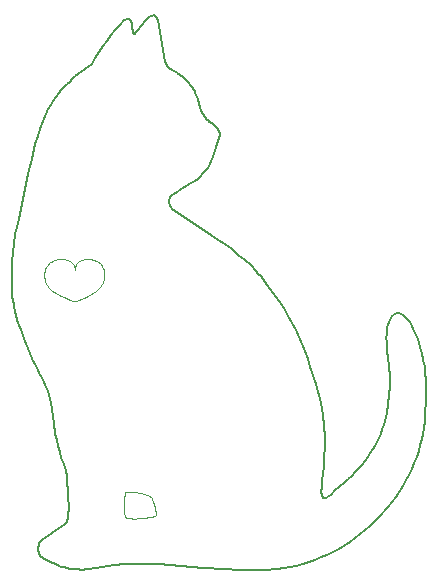
<source format=gbr>
%TF.GenerationSoftware,KiCad,Pcbnew,(6.99.0-907-g90f6edad61)*%
%TF.CreationDate,2022-02-13T13:40:20+01:00*%
%TF.ProjectId,tuxpin,74757870-696e-42e6-9b69-6361645f7063,rev?*%
%TF.SameCoordinates,Original*%
%TF.FileFunction,Profile,NP*%
%FSLAX46Y46*%
G04 Gerber Fmt 4.6, Leading zero omitted, Abs format (unit mm)*
G04 Created by KiCad (PCBNEW (6.99.0-907-g90f6edad61)) date 2022-02-13 13:40:20*
%MOMM*%
%LPD*%
G01*
G04 APERTURE LIST*
%TA.AperFunction,Profile*%
%ADD10C,0.102730*%
%TD*%
%TA.AperFunction,Profile*%
%ADD11C,0.100427*%
%TD*%
%TA.AperFunction,Profile*%
%ADD12C,0.200000*%
%TD*%
G04 APERTURE END LIST*
D10*
X152173258Y-98051603D02*
X152296974Y-97996808D01*
X155003875Y-101105435D02*
X154805154Y-101199479D01*
X156170324Y-100271832D02*
X156090551Y-100358029D01*
X154067629Y-101466777D02*
X154067629Y-101466777D01*
X155418750Y-100877655D02*
X155210168Y-100998059D01*
X154604749Y-97992697D02*
X154715488Y-97951999D01*
D11*
X158266315Y-117895617D02*
X158247035Y-118015082D01*
D10*
X154123171Y-98445869D02*
X154175828Y-98345708D01*
D11*
X160608043Y-118264838D02*
X160558962Y-118167505D01*
D10*
X152164219Y-100587625D02*
X152070478Y-100512190D01*
D11*
X158464923Y-117632393D02*
X158351620Y-117648305D01*
D10*
X155456529Y-97921306D02*
X155581906Y-97952235D01*
X151981380Y-100433904D02*
X151897594Y-100352798D01*
D11*
X159405595Y-119870030D02*
X159633584Y-119856407D01*
X158201164Y-118971491D02*
X158211530Y-119141190D01*
D10*
X155704704Y-97993594D02*
X155823755Y-98045433D01*
X152556406Y-97920176D02*
X152689589Y-97898154D01*
D11*
X159714875Y-117755719D02*
X159573480Y-117723664D01*
D10*
X156146751Y-98264325D02*
X156239139Y-98358580D01*
X156552100Y-99321503D02*
X156535118Y-99502965D01*
X152689589Y-97898154D02*
X152823392Y-97886870D01*
X152070478Y-100512190D02*
X151981380Y-100433904D01*
X152466635Y-100796525D02*
X152261937Y-100660179D01*
D11*
X158197082Y-118799441D02*
X158201164Y-118971491D01*
D10*
X151494743Y-98897679D02*
X151537476Y-98751416D01*
X152261937Y-100660179D02*
X152164219Y-100587625D01*
D11*
X159429222Y-117695159D02*
X159283597Y-117670649D01*
X158349737Y-119760329D02*
X158381937Y-119784486D01*
D10*
X151543770Y-99808608D02*
X151494716Y-99602165D01*
X151467834Y-99055793D02*
X151494743Y-98897679D01*
X156244066Y-100182756D02*
X156170324Y-100271832D01*
X155937891Y-98107802D02*
X156045946Y-98180749D01*
D11*
X159633584Y-119856407D02*
X159860597Y-119837501D01*
D10*
X156090551Y-100358029D02*
X156005407Y-100441311D01*
X151684774Y-100092856D02*
X151628904Y-100000767D01*
X153973938Y-98445003D02*
X154016386Y-98555356D01*
D11*
X158341142Y-117654878D02*
X158330436Y-117669200D01*
X160106924Y-117868733D02*
X159983093Y-117828699D01*
D10*
X153846566Y-98253268D02*
X153916909Y-98344276D01*
D11*
X158478990Y-119823685D02*
X158614151Y-119851567D01*
X158205041Y-118460993D02*
X158198603Y-118628217D01*
D10*
X156465525Y-99798441D02*
X156422507Y-99898646D01*
X156311118Y-100090842D02*
X156244066Y-100182756D01*
D11*
X160285635Y-119787857D02*
X160470631Y-119759131D01*
X160221907Y-117910538D02*
X160106924Y-117868733D01*
X160419348Y-117997678D02*
X160326547Y-117953668D01*
X159573480Y-117723664D02*
X159429222Y-117695159D01*
D10*
X154500772Y-98043429D02*
X154604749Y-97992697D01*
X151944158Y-98194613D02*
X152055230Y-98117507D01*
X155210168Y-100998059D02*
X155003875Y-101105435D01*
D11*
X158853481Y-117625536D02*
X158717350Y-117621454D01*
D10*
X151897594Y-100352798D02*
X151819787Y-100268901D01*
X154024074Y-101460071D02*
X153940388Y-101439321D01*
D11*
X160486776Y-118056576D02*
X160463603Y-118030609D01*
X160703945Y-118500694D02*
X160656708Y-118377006D01*
D10*
X154191627Y-101436267D02*
X154109996Y-101459099D01*
X156499211Y-99695548D02*
X156465525Y-99798441D01*
D11*
X160875140Y-119641663D02*
X160875140Y-119641663D01*
X160837363Y-119669404D02*
X160862481Y-119655251D01*
D10*
X152296974Y-97996808D02*
X152425113Y-97953030D01*
D11*
X160826971Y-118907716D02*
X160790089Y-118769365D01*
D10*
X152894400Y-101033327D02*
X152679235Y-100920987D01*
D11*
X160628594Y-119729144D02*
X160753010Y-119698899D01*
D10*
X152823392Y-97886870D02*
X152956551Y-97886232D01*
X151747950Y-98382802D02*
X151841309Y-98283014D01*
X155202708Y-97890542D02*
X155329740Y-97900758D01*
X154619287Y-101279888D02*
X154451555Y-101346358D01*
X155915554Y-100521640D02*
X155821652Y-100598978D01*
D11*
X158780906Y-119869137D02*
X158972742Y-119877400D01*
X158329507Y-119732964D02*
X158329507Y-119732964D01*
X158307168Y-119670775D02*
X158329507Y-119732964D01*
X159983093Y-117828699D02*
X159851912Y-117790879D01*
X159183142Y-119877363D02*
X159405595Y-119870030D01*
D10*
X151628904Y-100000767D02*
X151581680Y-99906008D01*
X151537476Y-98751416D02*
X151594766Y-98616910D01*
D11*
X160862481Y-119655251D02*
X160875140Y-119641663D01*
X160470631Y-119759131D02*
X160628594Y-119729144D01*
D10*
X153764177Y-98172073D02*
X153846566Y-98253268D01*
X153311078Y-101220674D02*
X153106794Y-101133302D01*
D11*
X158229940Y-118151250D02*
X158215715Y-118300946D01*
D10*
X153457395Y-97988288D02*
X153568324Y-98039490D01*
D11*
X160510478Y-118088324D02*
X160486776Y-118056576D01*
X158614151Y-119851567D02*
X158780906Y-119869137D01*
D10*
X156499211Y-99695550D02*
X156499211Y-99695550D01*
D11*
X158308699Y-117719500D02*
X158287097Y-117796032D01*
X158247035Y-118015082D02*
X158229940Y-118151250D01*
D10*
X152055230Y-98117507D02*
X152173258Y-98051603D01*
X151458015Y-99225850D02*
X151467834Y-99055793D01*
X151543770Y-99808608D02*
X151543770Y-99808608D01*
X153940388Y-101439321D02*
X153673973Y-101356646D01*
X154109996Y-101459099D02*
X154067629Y-101466777D01*
X154317771Y-98174797D02*
X154404723Y-98104145D01*
D11*
X160909619Y-119410526D02*
X160900713Y-119299045D01*
D10*
X154805154Y-101199479D02*
X154619287Y-101279888D01*
X156239139Y-98358580D02*
X156321943Y-98463561D01*
D11*
X158253849Y-119460832D02*
X158287169Y-119604425D01*
X158972742Y-119877400D02*
X159183142Y-119877363D01*
D10*
X153673973Y-101356646D02*
X153501917Y-101295202D01*
X156045946Y-98180749D02*
X156146751Y-98264325D01*
X151594766Y-98616910D02*
X151665347Y-98494069D01*
X156454125Y-98705905D02*
X156501169Y-98843367D01*
D12*
X160802581Y-77291937D02*
X160869314Y-77326056D01*
X160869314Y-77326056D02*
X160932450Y-77379335D01*
X160932450Y-77379335D02*
X160991591Y-77453075D01*
X160991591Y-77453075D02*
X161046343Y-77548575D01*
X161046343Y-77548575D02*
X161096308Y-77667134D01*
X161096308Y-77667134D02*
X161715167Y-81232091D01*
X161715167Y-81232091D02*
X161739172Y-81297058D01*
X161739172Y-81297058D02*
X161764554Y-81357557D01*
X161764554Y-81357557D02*
X161791305Y-81413858D01*
X161791305Y-81413858D02*
X161819417Y-81466232D01*
X161819417Y-81466232D02*
X161848883Y-81514950D01*
X161848883Y-81514950D02*
X161879696Y-81560283D01*
X161879696Y-81560283D02*
X161911847Y-81602501D01*
X161911847Y-81602501D02*
X161945330Y-81641875D01*
X161945330Y-81641875D02*
X161980136Y-81678675D01*
X161980136Y-81678675D02*
X162016259Y-81713173D01*
X162016259Y-81713173D02*
X162053690Y-81745640D01*
X162053690Y-81745640D02*
X162092423Y-81776345D01*
X162092423Y-81776345D02*
X162132450Y-81805559D01*
X162132450Y-81805559D02*
X162173763Y-81833554D01*
X162173763Y-81833554D02*
X162260219Y-81886967D01*
X162260219Y-81886967D02*
X162655995Y-82105974D01*
X162655995Y-82105974D02*
X162767127Y-82172893D01*
X162767127Y-82172893D02*
X162824481Y-82209667D01*
X162824481Y-82209667D02*
X162883016Y-82249010D01*
X162883016Y-82249010D02*
X162942725Y-82291195D01*
X162942725Y-82291195D02*
X163003600Y-82336491D01*
X163003600Y-82336491D02*
X163065634Y-82385170D01*
X163065634Y-82385170D02*
X163128819Y-82437502D01*
X163128819Y-82437502D02*
X163348518Y-82654462D01*
X163348518Y-82654462D02*
X163537343Y-82845347D01*
X163537343Y-82845347D02*
X163698556Y-83014759D01*
X163698556Y-83014759D02*
X163835417Y-83167299D01*
X163835417Y-83167299D02*
X163951186Y-83307570D01*
X163951186Y-83307570D02*
X164049124Y-83440175D01*
X164049124Y-83440175D02*
X164092426Y-83505040D01*
X164092426Y-83505040D02*
X164132492Y-83569714D01*
X164132492Y-83569714D02*
X164169732Y-83634772D01*
X164169732Y-83634772D02*
X164204551Y-83700790D01*
X164204551Y-83700790D02*
X164268562Y-83838006D01*
X164268562Y-83838006D02*
X164327784Y-83985964D01*
X164327784Y-83985964D02*
X164385479Y-84149265D01*
X164385479Y-84149265D02*
X164444907Y-84332513D01*
X164444907Y-84332513D02*
X164582007Y-84777253D01*
X164582007Y-84777253D02*
X164666199Y-85047951D01*
X164666199Y-85047951D02*
X164765168Y-85357004D01*
X164765168Y-85357004D02*
X164784470Y-85400972D01*
X164784470Y-85400972D02*
X164809836Y-85453783D01*
X164809836Y-85453783D02*
X164840868Y-85514046D01*
X164840868Y-85514046D02*
X164877171Y-85580370D01*
X164877171Y-85580370D02*
X164918348Y-85651362D01*
X164918348Y-85651362D02*
X164964004Y-85725634D01*
X164964004Y-85725634D02*
X165013742Y-85801791D01*
X165013742Y-85801791D02*
X165067166Y-85878445D01*
X165067166Y-85878445D02*
X165123880Y-85954203D01*
X165123880Y-85954203D02*
X165183488Y-86027674D01*
X165183488Y-86027674D02*
X165245594Y-86097467D01*
X165245594Y-86097467D02*
X165309801Y-86162191D01*
X165309801Y-86162191D02*
X165375714Y-86220454D01*
X165375714Y-86220454D02*
X165409186Y-86246728D01*
X165409186Y-86246728D02*
X165442936Y-86270865D01*
X165442936Y-86270865D02*
X165476914Y-86292691D01*
X165476914Y-86292691D02*
X165511072Y-86312033D01*
X165511072Y-86312033D02*
X165545358Y-86328716D01*
X165545358Y-86328716D02*
X165579724Y-86342566D01*
X165579724Y-86342566D02*
X165596148Y-86349756D01*
X165596148Y-86349756D02*
X165615087Y-86360059D01*
X165615087Y-86360059D02*
X165659719Y-86389457D01*
X165659719Y-86389457D02*
X165712029Y-86429660D01*
X165712029Y-86429660D02*
X165770424Y-86479571D01*
X165770424Y-86479571D02*
X165833315Y-86538090D01*
X165833315Y-86538090D02*
X165899109Y-86604117D01*
X165899109Y-86604117D02*
X165966216Y-86676555D01*
X165966216Y-86676555D02*
X166033044Y-86754303D01*
X166033044Y-86754303D02*
X166098002Y-86836264D01*
X166098002Y-86836264D02*
X166159499Y-86921337D01*
X166159499Y-86921337D02*
X166215944Y-87008425D01*
X166215944Y-87008425D02*
X166241774Y-87052380D01*
X166241774Y-87052380D02*
X166265745Y-87096427D01*
X166265745Y-87096427D02*
X166287657Y-87140428D01*
X166287657Y-87140428D02*
X166307312Y-87184245D01*
X166307312Y-87184245D02*
X166324510Y-87227742D01*
X166324510Y-87227742D02*
X166339053Y-87270780D01*
X166339053Y-87270780D02*
X166350741Y-87313223D01*
X166350741Y-87313223D02*
X166359377Y-87354933D01*
X166359377Y-87354933D02*
X166364760Y-87395773D01*
X166364760Y-87395773D02*
X166366692Y-87435605D01*
X166366692Y-87435605D02*
X166255357Y-87685236D01*
X166255357Y-87685236D02*
X166158408Y-87927070D01*
X166158408Y-87927070D02*
X166073254Y-88161540D01*
X166073254Y-88161540D02*
X165997303Y-88389080D01*
X165997303Y-88389080D02*
X165733670Y-89238586D01*
X165733670Y-89238586D02*
X165664843Y-89437963D01*
X165664843Y-89437963D02*
X165589664Y-89633006D01*
X165589664Y-89633006D02*
X165505539Y-89824148D01*
X165505539Y-89824148D02*
X165409877Y-90011822D01*
X165409877Y-90011822D02*
X165300085Y-90196459D01*
X165300085Y-90196459D02*
X165173571Y-90378494D01*
X165173571Y-90378494D02*
X165027741Y-90558359D01*
X165027741Y-90558359D02*
X164860005Y-90736487D01*
X164860005Y-90736487D02*
X164772396Y-90847295D01*
X164772396Y-90847295D02*
X164674464Y-90953163D01*
X164674464Y-90953163D02*
X164567293Y-91054461D01*
X164567293Y-91054461D02*
X164451968Y-91151557D01*
X164451968Y-91151557D02*
X164201194Y-91334616D01*
X164201194Y-91334616D02*
X163930818Y-91505291D01*
X163930818Y-91505291D02*
X162826830Y-92123122D01*
X162826830Y-92123122D02*
X162588595Y-92276108D01*
X162588595Y-92276108D02*
X162382817Y-92434403D01*
X162382817Y-92434403D02*
X162294812Y-92516464D01*
X162294812Y-92516464D02*
X162218175Y-92600958D01*
X162218175Y-92600958D02*
X162153990Y-92688253D01*
X162153990Y-92688253D02*
X162103344Y-92778719D01*
X162103344Y-92778719D02*
X162067319Y-92872724D01*
X162067319Y-92872724D02*
X162047000Y-92970638D01*
X162047000Y-92970638D02*
X162043473Y-93072827D01*
X162043473Y-93072827D02*
X162057821Y-93179661D01*
X162057821Y-93179661D02*
X162091130Y-93291510D01*
X162091130Y-93291510D02*
X162144483Y-93408740D01*
X162144483Y-93408740D02*
X162218966Y-93531722D01*
X162218966Y-93531722D02*
X162315663Y-93660823D01*
X162315663Y-93660823D02*
X162505726Y-93825555D01*
X162505726Y-93825555D02*
X162778792Y-94026564D01*
X162778792Y-94026564D02*
X163534531Y-94528365D01*
X163534531Y-94528365D02*
X165608615Y-95867812D01*
X165608615Y-95867812D02*
X166186884Y-96259455D01*
X166186884Y-96259455D02*
X166769352Y-96669290D01*
X166769352Y-96669290D02*
X167346167Y-97095055D01*
X167346167Y-97095055D02*
X167907479Y-97534491D01*
X167907479Y-97534491D02*
X168443438Y-97985336D01*
X168443438Y-97985336D02*
X168944192Y-98445331D01*
X168944192Y-98445331D02*
X169399892Y-98912215D01*
X169399892Y-98912215D02*
X169607768Y-99147534D01*
X169607768Y-99147534D02*
X169800687Y-99383727D01*
X169800687Y-99383727D02*
X170358944Y-100102554D01*
X170358944Y-100102554D02*
X170864614Y-100786340D01*
X170864614Y-100786340D02*
X171322145Y-101441224D01*
X171322145Y-101441224D02*
X171735984Y-102073346D01*
X171735984Y-102073346D02*
X172110582Y-102688844D01*
X172110582Y-102688844D02*
X172450386Y-103293859D01*
X172450386Y-103293859D02*
X172759845Y-103894530D01*
X172759845Y-103894530D02*
X173043408Y-104496996D01*
X173043408Y-104496996D02*
X173305523Y-105107398D01*
X173305523Y-105107398D02*
X173550639Y-105731873D01*
X173550639Y-105731873D02*
X173783205Y-106376562D01*
X173783205Y-106376562D02*
X174007669Y-107047605D01*
X174007669Y-107047605D02*
X174450086Y-108493307D01*
X174450086Y-108493307D02*
X174913479Y-110118096D01*
X174913479Y-110118096D02*
X175077474Y-111109655D01*
X175077474Y-111109655D02*
X175173390Y-112068997D01*
X175173390Y-112068997D02*
X175213298Y-112987849D01*
X175213298Y-112987849D02*
X175209266Y-113857940D01*
X175209266Y-113857940D02*
X175173361Y-114670997D01*
X175173361Y-114670997D02*
X175117652Y-115418748D01*
X175117652Y-115418748D02*
X174995095Y-116685243D01*
X174995095Y-116685243D02*
X174952385Y-117187444D01*
X174952385Y-117187444D02*
X174938143Y-117591249D01*
X174938143Y-117591249D02*
X174964440Y-117888388D01*
X174964440Y-117888388D02*
X174996561Y-117994372D01*
X174996561Y-117994372D02*
X175043342Y-118070587D01*
X175043342Y-118070587D02*
X175106292Y-118116000D01*
X175106292Y-118116000D02*
X175186918Y-118129576D01*
X175186918Y-118129576D02*
X175286731Y-118110281D01*
X175286731Y-118110281D02*
X175407238Y-118057080D01*
X175407238Y-118057080D02*
X175716368Y-117844830D01*
X175716368Y-117844830D02*
X176126378Y-117484551D01*
X176126378Y-117484551D02*
X176853638Y-116877040D01*
X176853638Y-116877040D02*
X177190295Y-116570326D01*
X177190295Y-116570326D02*
X177509387Y-116261456D01*
X177509387Y-116261456D02*
X177811228Y-115950290D01*
X177811228Y-115950290D02*
X178096130Y-115636689D01*
X178096130Y-115636689D02*
X178364406Y-115320515D01*
X178364406Y-115320515D02*
X178616370Y-115001628D01*
X178616370Y-115001628D02*
X178852334Y-114679892D01*
X178852334Y-114679892D02*
X179072613Y-114355165D01*
X179072613Y-114355165D02*
X179277518Y-114027311D01*
X179277518Y-114027311D02*
X179467364Y-113696189D01*
X179467364Y-113696189D02*
X179642462Y-113361662D01*
X179642462Y-113361662D02*
X179803128Y-113023590D01*
X179803128Y-113023590D02*
X179949672Y-112681834D01*
X179949672Y-112681834D02*
X180082409Y-112336257D01*
X180082409Y-112336257D02*
X180201652Y-111986719D01*
X180201652Y-111986719D02*
X180307713Y-111633082D01*
X180307713Y-111633082D02*
X180481545Y-110912953D01*
X180481545Y-110912953D02*
X180606409Y-110174762D01*
X180606409Y-110174762D02*
X180684811Y-109417397D01*
X180684811Y-109417397D02*
X180719255Y-108639750D01*
X180719255Y-108639750D02*
X180712246Y-107840709D01*
X180712246Y-107840709D02*
X180666289Y-107019165D01*
X180666289Y-107019165D02*
X180583890Y-106174008D01*
X180583890Y-106174008D02*
X180521030Y-105749741D01*
X180521030Y-105749741D02*
X180477353Y-105348060D01*
X180477353Y-105348060D02*
X180451969Y-104969613D01*
X180451969Y-104969613D02*
X180443989Y-104615046D01*
X180443989Y-104615046D02*
X180452524Y-104285008D01*
X180452524Y-104285008D02*
X180476684Y-103980145D01*
X180476684Y-103980145D02*
X180515582Y-103701105D01*
X180515582Y-103701105D02*
X180568327Y-103448534D01*
X180568327Y-103448534D02*
X180634031Y-103223080D01*
X180634031Y-103223080D02*
X180711805Y-103025391D01*
X180711805Y-103025391D02*
X180800758Y-102856113D01*
X180800758Y-102856113D02*
X180900004Y-102715894D01*
X180900004Y-102715894D02*
X181008651Y-102605380D01*
X181008651Y-102605380D02*
X181125812Y-102525220D01*
X181125812Y-102525220D02*
X181250597Y-102476060D01*
X181250597Y-102476060D02*
X181382116Y-102458548D01*
X181382116Y-102458548D02*
X181519482Y-102473331D01*
X181519482Y-102473331D02*
X181661805Y-102521056D01*
X181661805Y-102521056D02*
X181808195Y-102602370D01*
X181808195Y-102602370D02*
X181957765Y-102717921D01*
X181957765Y-102717921D02*
X182109623Y-102868356D01*
X182109623Y-102868356D02*
X182262883Y-103054321D01*
X182262883Y-103054321D02*
X182416653Y-103276465D01*
X182416653Y-103276465D02*
X182570047Y-103535434D01*
X182570047Y-103535434D02*
X182722173Y-103831876D01*
X182722173Y-103831876D02*
X182872144Y-104166439D01*
X182872144Y-104166439D02*
X183019069Y-104539768D01*
X183019069Y-104539768D02*
X183162061Y-104952511D01*
X183162061Y-104952511D02*
X183300230Y-105405317D01*
X183300230Y-105405317D02*
X183432687Y-105898831D01*
X183432687Y-105898831D02*
X183558542Y-106433701D01*
X183558542Y-106433701D02*
X183676907Y-107010575D01*
X183676907Y-107010575D02*
X183719725Y-107574310D01*
X183719725Y-107574310D02*
X183750526Y-108114731D01*
X183750526Y-108114731D02*
X183779732Y-109125068D01*
X183779732Y-109125068D02*
X183771843Y-110040466D01*
X183771843Y-110040466D02*
X183734174Y-110859803D01*
X183734174Y-110859803D02*
X183674043Y-111581958D01*
X183674043Y-111581958D02*
X183598765Y-112205812D01*
X183598765Y-112205812D02*
X183515656Y-112730243D01*
X183515656Y-112730243D02*
X183432034Y-113154130D01*
X183432034Y-113154130D02*
X183305785Y-113672226D01*
X183305785Y-113672226D02*
X183157339Y-114185106D01*
X183157339Y-114185106D02*
X182987261Y-114692167D01*
X182987261Y-114692167D02*
X182796118Y-115192806D01*
X182796118Y-115192806D02*
X182584474Y-115686418D01*
X182584474Y-115686418D02*
X182352893Y-116172402D01*
X182352893Y-116172402D02*
X182101942Y-116650153D01*
X182101942Y-116650153D02*
X181832185Y-117119068D01*
X181832185Y-117119068D02*
X181238513Y-118027977D01*
X181238513Y-118027977D02*
X180576400Y-118894302D01*
X180576400Y-118894302D02*
X179850365Y-119713216D01*
X179850365Y-119713216D02*
X179064929Y-120479892D01*
X179064929Y-120479892D02*
X178224614Y-121189504D01*
X178224614Y-121189504D02*
X177333939Y-121837225D01*
X177333939Y-121837225D02*
X176397426Y-122418226D01*
X176397426Y-122418226D02*
X175913393Y-122682200D01*
X175913393Y-122682200D02*
X175419595Y-122927683D01*
X175419595Y-122927683D02*
X174916598Y-123154074D01*
X174916598Y-123154074D02*
X174404967Y-123360768D01*
X174404967Y-123360768D02*
X173885267Y-123547162D01*
X173885267Y-123547162D02*
X173358063Y-123712653D01*
X173358063Y-123712653D02*
X172823920Y-123856638D01*
X172823920Y-123856638D02*
X172283404Y-123978513D01*
X172283404Y-123978513D02*
X171737078Y-124077674D01*
X171737078Y-124077674D02*
X171185509Y-124153519D01*
X171185509Y-124153519D02*
X170035776Y-124208670D01*
X170035776Y-124208670D02*
X168935201Y-124224468D01*
X168935201Y-124224468D02*
X167877730Y-124207774D01*
X167877730Y-124207774D02*
X166857307Y-124165451D01*
X166857307Y-124165451D02*
X164903388Y-124031361D01*
X164903388Y-124031361D02*
X163025007Y-123877091D01*
X163025007Y-123877091D02*
X161173727Y-123757535D01*
X161173727Y-123757535D02*
X160243113Y-123727929D01*
X160243113Y-123727929D02*
X159301110Y-123727586D01*
X159301110Y-123727586D02*
X158341663Y-123763368D01*
X158341663Y-123763368D02*
X157358718Y-123842136D01*
X157358718Y-123842136D02*
X156346220Y-123970753D01*
X156346220Y-123970753D02*
X155298113Y-124156079D01*
X155298113Y-124156079D02*
X155037649Y-124178620D01*
X155037649Y-124178620D02*
X154785988Y-124192054D01*
X154785988Y-124192054D02*
X154541774Y-124196113D01*
X154541774Y-124196113D02*
X154303650Y-124190531D01*
X154303650Y-124190531D02*
X154070261Y-124175039D01*
X154070261Y-124175039D02*
X153840249Y-124149369D01*
X153840249Y-124149369D02*
X153612257Y-124113254D01*
X153612257Y-124113254D02*
X153384930Y-124066426D01*
X153384930Y-124066426D02*
X153156911Y-124008617D01*
X153156911Y-124008617D02*
X152926843Y-123939559D01*
X152926843Y-123939559D02*
X152693369Y-123858984D01*
X152693369Y-123858984D02*
X152455134Y-123766626D01*
X152455134Y-123766626D02*
X152210780Y-123662215D01*
X152210780Y-123662215D02*
X151958951Y-123545484D01*
X151958951Y-123545484D02*
X151698290Y-123416165D01*
X151698290Y-123416165D02*
X151427441Y-123273991D01*
X151427441Y-123273991D02*
X151383826Y-123240401D01*
X151383826Y-123240401D02*
X151342248Y-123210024D01*
X151342248Y-123210024D02*
X151265188Y-123154778D01*
X151265188Y-123154778D02*
X151229697Y-123127845D01*
X151229697Y-123127845D02*
X151196227Y-123099996D01*
X151196227Y-123099996D02*
X151180249Y-123085406D01*
X151180249Y-123085406D02*
X151164775Y-123070199D01*
X151164775Y-123070199D02*
X151149804Y-123054248D01*
X151149804Y-123054248D02*
X151135336Y-123037422D01*
X151135336Y-123037422D02*
X151121370Y-123019594D01*
X151121370Y-123019594D02*
X151107906Y-123000633D01*
X151107906Y-123000633D02*
X151094943Y-122980411D01*
X151094943Y-122980411D02*
X151082481Y-122958800D01*
X151082481Y-122958800D02*
X151070519Y-122935669D01*
X151070519Y-122935669D02*
X151059057Y-122910890D01*
X151059057Y-122910890D02*
X151048095Y-122884333D01*
X151048095Y-122884333D02*
X151037631Y-122855871D01*
X151037631Y-122855871D02*
X151027665Y-122825373D01*
X151027665Y-122825373D02*
X151018198Y-122792712D01*
X151018198Y-122792712D02*
X151009227Y-122757757D01*
X151009227Y-122757757D02*
X151000754Y-122720379D01*
X151000754Y-122720379D02*
X150992776Y-122680451D01*
X150992776Y-122680451D02*
X150985295Y-122637842D01*
X150985295Y-122637842D02*
X150978309Y-122592424D01*
X150978309Y-122592424D02*
X150971818Y-122544068D01*
X150971818Y-122544068D02*
X150971990Y-122430456D01*
X150971990Y-122430456D02*
X150975652Y-122328207D01*
X150975652Y-122328207D02*
X150982563Y-122236543D01*
X150982563Y-122236543D02*
X150992486Y-122154685D01*
X150992486Y-122154685D02*
X151005180Y-122081855D01*
X151005180Y-122081855D02*
X151020406Y-122017273D01*
X151020406Y-122017273D02*
X151037927Y-121960163D01*
X151037927Y-121960163D02*
X151057502Y-121909744D01*
X151057502Y-121909744D02*
X151078892Y-121865238D01*
X151078892Y-121865238D02*
X151101859Y-121825867D01*
X151101859Y-121825867D02*
X151126163Y-121790852D01*
X151126163Y-121790852D02*
X151151566Y-121759414D01*
X151151566Y-121759414D02*
X151177828Y-121730775D01*
X151177828Y-121730775D02*
X151204710Y-121704157D01*
X151204710Y-121704157D02*
X151259379Y-121653867D01*
X151259379Y-121653867D02*
X151259385Y-121653870D01*
X151259385Y-121653870D02*
X153012412Y-120492333D01*
X153012412Y-120492333D02*
X153055165Y-120461288D01*
X153055165Y-120461288D02*
X153096510Y-120429531D01*
X153096510Y-120429531D02*
X153136313Y-120396994D01*
X153136313Y-120396994D02*
X153174442Y-120363609D01*
X153174442Y-120363609D02*
X153210763Y-120329310D01*
X153210763Y-120329310D02*
X153245142Y-120294028D01*
X153245142Y-120294028D02*
X153277447Y-120257697D01*
X153277447Y-120257697D02*
X153307543Y-120220248D01*
X153307543Y-120220248D02*
X153335299Y-120181616D01*
X153335299Y-120181616D02*
X153360579Y-120141731D01*
X153360579Y-120141731D02*
X153383252Y-120100527D01*
X153383252Y-120100527D02*
X153403184Y-120057937D01*
X153403184Y-120057937D02*
X153412080Y-120036101D01*
X153412080Y-120036101D02*
X153420241Y-120013893D01*
X153420241Y-120013893D02*
X153427650Y-119991304D01*
X153427650Y-119991304D02*
X153434290Y-119968327D01*
X153434290Y-119968327D02*
X153440145Y-119944952D01*
X153440145Y-119944952D02*
X153445198Y-119921172D01*
X153445198Y-119921172D02*
X153449433Y-119896978D01*
X153449433Y-119896978D02*
X153452832Y-119872361D01*
X153452832Y-119872361D02*
X153487075Y-119655157D01*
X153487075Y-119655157D02*
X153509705Y-119399343D01*
X153509705Y-119399343D02*
X153522020Y-119112181D01*
X153522020Y-119112181D02*
X153525316Y-118800932D01*
X153525316Y-118800932D02*
X153510046Y-118135215D01*
X153510046Y-118135215D02*
X153474274Y-117460280D01*
X153474274Y-117460280D02*
X153428382Y-116834215D01*
X153428382Y-116834215D02*
X153382749Y-116315108D01*
X153382749Y-116315108D02*
X153333787Y-115830117D01*
X153333787Y-115830117D02*
X153115848Y-115295297D01*
X153115848Y-115295297D02*
X152928349Y-114766294D01*
X152928349Y-114766294D02*
X152767972Y-114244538D01*
X152767972Y-114244538D02*
X152631403Y-113731459D01*
X152631403Y-113731459D02*
X152515324Y-113228486D01*
X152515324Y-113228486D02*
X152416420Y-112737051D01*
X152416420Y-112737051D02*
X152256872Y-111794509D01*
X152256872Y-111794509D02*
X151997966Y-110110779D01*
X151997966Y-110110779D02*
X151926435Y-109740137D01*
X151926435Y-109740137D02*
X151845550Y-109392470D01*
X151845550Y-109392470D02*
X151751995Y-109069209D01*
X151751995Y-109069209D02*
X151642455Y-108771783D01*
X151642455Y-108771783D02*
X151543232Y-108542706D01*
X151543232Y-108542706D02*
X151446600Y-108334722D01*
X151446600Y-108334722D02*
X151350632Y-108140123D01*
X151350632Y-108140123D02*
X151253400Y-107951205D01*
X151253400Y-107951205D02*
X151047435Y-107559591D01*
X151047435Y-107559591D02*
X150934847Y-107341483D01*
X150934847Y-107341483D02*
X150813284Y-107098235D01*
X150813284Y-107098235D02*
X150680820Y-106822140D01*
X150680820Y-106822140D02*
X150535527Y-106505494D01*
X150535527Y-106505494D02*
X150375477Y-106140591D01*
X150375477Y-106140591D02*
X150198743Y-105719726D01*
X150198743Y-105719726D02*
X150003397Y-105235193D01*
X150003397Y-105235193D02*
X149787512Y-104679287D01*
X149787512Y-104679287D02*
X149549159Y-104044302D01*
X149549159Y-104044302D02*
X149286412Y-103322533D01*
X149286412Y-103322533D02*
X149200515Y-103093513D01*
X149200515Y-103093513D02*
X149127226Y-102886099D01*
X149127226Y-102886099D02*
X149094344Y-102784388D01*
X149094344Y-102784388D02*
X149063458Y-102680752D01*
X149063458Y-102680752D02*
X149034179Y-102572748D01*
X149034179Y-102572748D02*
X149006124Y-102457935D01*
X149006124Y-102457935D02*
X148978906Y-102333869D01*
X148978906Y-102333869D02*
X148952140Y-102198109D01*
X148952140Y-102198109D02*
X148925440Y-102048212D01*
X148925440Y-102048212D02*
X148898419Y-101881736D01*
X148898419Y-101881736D02*
X148870693Y-101696239D01*
X148870693Y-101696239D02*
X148841876Y-101489279D01*
X148841876Y-101489279D02*
X148779423Y-101001199D01*
X148779423Y-101001199D02*
X148753487Y-100581883D01*
X148753487Y-100581883D02*
X148732894Y-100180183D01*
X148732894Y-100180183D02*
X148717728Y-99796372D01*
X148717728Y-99796372D02*
X148708072Y-99430726D01*
X148708072Y-99430726D02*
X148704009Y-99083520D01*
X148704009Y-99083520D02*
X148705623Y-98755028D01*
X148705623Y-98755028D02*
X148712998Y-98445527D01*
X148712998Y-98445527D02*
X148726216Y-98155289D01*
X148726216Y-98155289D02*
X148993474Y-95820973D01*
X148993474Y-95820973D02*
X149168760Y-95169852D01*
X149168760Y-95169852D02*
X149328461Y-94522522D01*
X149328461Y-94522522D02*
X149612936Y-93237424D01*
X149612936Y-93237424D02*
X150124980Y-90692802D01*
X150124980Y-90692802D02*
X150399864Y-89426033D01*
X150399864Y-89426033D02*
X150718866Y-88158129D01*
X150718866Y-88158129D02*
X150902304Y-87522620D01*
X150902304Y-87522620D02*
X151105644Y-86885468D01*
X151105644Y-86885468D02*
X151331841Y-86246222D01*
X151331841Y-86246222D02*
X151583853Y-85604428D01*
X151583853Y-85604428D02*
X151804902Y-85208206D01*
X151804902Y-85208206D02*
X152024966Y-84841052D01*
X152024966Y-84841052D02*
X152244902Y-84500482D01*
X152244902Y-84500482D02*
X152465569Y-84184012D01*
X152465569Y-84184012D02*
X152687822Y-83889155D01*
X152687822Y-83889155D02*
X152912518Y-83613427D01*
X152912518Y-83613427D02*
X153140514Y-83354344D01*
X153140514Y-83354344D02*
X153372667Y-83109420D01*
X153372667Y-83109420D02*
X153609833Y-82876170D01*
X153609833Y-82876170D02*
X153852871Y-82652109D01*
X153852871Y-82652109D02*
X154102636Y-82434753D01*
X154102636Y-82434753D02*
X154359985Y-82221616D01*
X154359985Y-82221616D02*
X154900863Y-81798061D01*
X154900863Y-81798061D02*
X155482360Y-81361565D01*
X155482360Y-81361565D02*
X155795347Y-80861106D01*
X155795347Y-80861106D02*
X156116450Y-80370940D01*
X156116450Y-80370940D02*
X156446368Y-79891955D01*
X156446368Y-79891955D02*
X156785801Y-79425038D01*
X156785801Y-79425038D02*
X157135450Y-78971078D01*
X157135450Y-78971078D02*
X157496015Y-78530963D01*
X157496015Y-78530963D02*
X157868196Y-78105581D01*
X157868196Y-78105581D02*
X158252694Y-77695820D01*
X158252694Y-77695820D02*
X158269184Y-77678471D01*
X158269184Y-77678471D02*
X158286271Y-77662977D01*
X158286271Y-77662977D02*
X158303880Y-77649252D01*
X158303880Y-77649252D02*
X158321939Y-77637211D01*
X158321939Y-77637211D02*
X158340375Y-77626768D01*
X158340375Y-77626768D02*
X158359113Y-77617838D01*
X158359113Y-77617838D02*
X158378080Y-77610335D01*
X158378080Y-77610335D02*
X158397203Y-77604174D01*
X158397203Y-77604174D02*
X158416408Y-77599269D01*
X158416408Y-77599269D02*
X158435622Y-77595535D01*
X158435622Y-77595535D02*
X158454772Y-77592886D01*
X158454772Y-77592886D02*
X158473783Y-77591237D01*
X158473783Y-77591237D02*
X158511099Y-77590595D01*
X158511099Y-77590595D02*
X158546981Y-77592926D01*
X158546981Y-77592926D02*
X158580842Y-77597545D01*
X158580842Y-77597545D02*
X158612094Y-77603767D01*
X158612094Y-77603767D02*
X158640151Y-77610910D01*
X158640151Y-77610910D02*
X158664424Y-77618288D01*
X158664424Y-77618288D02*
X158699269Y-77631014D01*
X158699269Y-77631014D02*
X158711928Y-77636472D01*
X158711928Y-77636472D02*
X158734442Y-77646657D01*
X158734442Y-77646657D02*
X158754676Y-77660297D01*
X158754676Y-77660297D02*
X158772790Y-77677230D01*
X158772790Y-77677230D02*
X158788941Y-77697291D01*
X158788941Y-77697291D02*
X158803289Y-77720317D01*
X158803289Y-77720317D02*
X158815990Y-77746144D01*
X158815990Y-77746144D02*
X158827204Y-77774608D01*
X158827204Y-77774608D02*
X158837090Y-77805547D01*
X158837090Y-77805547D02*
X158853506Y-77874192D01*
X158853506Y-77874192D02*
X158866506Y-77950770D01*
X158866506Y-77950770D02*
X158887325Y-78122488D01*
X158887325Y-78122488D02*
X158909679Y-78310231D01*
X158909679Y-78310231D02*
X158924599Y-78406839D01*
X158924599Y-78406839D02*
X158943702Y-78503527D01*
X158943702Y-78503527D02*
X158968256Y-78598985D01*
X158968256Y-78598985D02*
X158982973Y-78645844D01*
X158982973Y-78645844D02*
X158999528Y-78691905D01*
X158999528Y-78691905D02*
X159018078Y-78737005D01*
X159018078Y-78737005D02*
X159038783Y-78780979D01*
X159038783Y-78780979D02*
X159061800Y-78823663D01*
X159061800Y-78823663D02*
X159087289Y-78864896D01*
X159087289Y-78864896D02*
X159101523Y-78872907D01*
X159101523Y-78872907D02*
X159122849Y-78864992D01*
X159122849Y-78864992D02*
X159185190Y-78806577D01*
X159185190Y-78806577D02*
X159271144Y-78700048D01*
X159271144Y-78700048D02*
X159377544Y-78555801D01*
X159377544Y-78555801D02*
X159639014Y-78195738D01*
X159639014Y-78195738D02*
X159787750Y-78000716D01*
X159787750Y-78000716D02*
X159944263Y-77809561D01*
X159944263Y-77809561D02*
X160105387Y-77632670D01*
X160105387Y-77632670D02*
X160267955Y-77480441D01*
X160267955Y-77480441D02*
X160348790Y-77416822D01*
X160348790Y-77416822D02*
X160428798Y-77363268D01*
X160428798Y-77363268D02*
X160507584Y-77321076D01*
X160507584Y-77321076D02*
X160584751Y-77291548D01*
X160584751Y-77291548D02*
X160659903Y-77275982D01*
X160659903Y-77275982D02*
X160732645Y-77275679D01*
X160732645Y-77275679D02*
X160802581Y-77291937D01*
D10*
X156005407Y-100441311D02*
X155915554Y-100521640D01*
X153671007Y-98100783D02*
X153764177Y-98172073D01*
X156370818Y-99996126D02*
X156311118Y-100090842D01*
X156533958Y-98991754D02*
X156551324Y-99151116D01*
X154175828Y-98345708D02*
X154241083Y-98255335D01*
D11*
X160897844Y-119585151D02*
X160904802Y-119548573D01*
D10*
X154060327Y-98675351D02*
X154084282Y-98555766D01*
X151581680Y-99906008D02*
X151543770Y-99808608D01*
X151841309Y-98283014D02*
X151944158Y-98194613D01*
X153106794Y-101133302D02*
X152894400Y-101033327D01*
D11*
X158351620Y-117648305D02*
X158351626Y-117648305D01*
X160883295Y-119175872D02*
X160858377Y-119044324D01*
D10*
X154067629Y-101466777D02*
X154024074Y-101460071D01*
D11*
X160909000Y-119507000D02*
X160909619Y-119410526D01*
D10*
X153916909Y-98344276D02*
X153973938Y-98445003D01*
X151748624Y-100182244D02*
X151684774Y-100092856D01*
D11*
X158287169Y-119604425D02*
X158307168Y-119670775D01*
X160441085Y-118010838D02*
X160419348Y-117997678D01*
X160326547Y-117953668D02*
X160221907Y-117910538D01*
D10*
X151494716Y-99602165D02*
X151466554Y-99407943D01*
D11*
X160887999Y-119616319D02*
X160897844Y-119585151D01*
D10*
X154052474Y-98804574D02*
X154052474Y-98804574D01*
D11*
X158228864Y-119305362D02*
X158253849Y-119460832D01*
D10*
X152679235Y-100920987D02*
X152466635Y-100796525D01*
D11*
X160904802Y-119548573D02*
X160909000Y-119507000D01*
D10*
X156551324Y-99151116D02*
X156552100Y-99321503D01*
X153501917Y-101295202D02*
X153311078Y-101220674D01*
D11*
X159283597Y-117670649D02*
X159138101Y-117650578D01*
D10*
X154084282Y-98555766D02*
X154123171Y-98445869D01*
X154042987Y-98675244D02*
X154052474Y-98804574D01*
X154831821Y-97921386D02*
X154952580Y-97900905D01*
D11*
X160753010Y-119698899D02*
X160837363Y-119669404D01*
D10*
X152956551Y-97886232D02*
X153087797Y-97896147D01*
X155821652Y-100598978D02*
X155624338Y-100744527D01*
X156499211Y-99695550D02*
X156499211Y-99695548D01*
X152425113Y-97953030D02*
X152556406Y-97920176D01*
X151819787Y-100268901D02*
X151748624Y-100182244D01*
X156393994Y-98579320D02*
X156454125Y-98705905D01*
D11*
X160858377Y-119044324D02*
X160826971Y-118907716D01*
D10*
X155076598Y-97890607D02*
X155202708Y-97890542D01*
D11*
X158717350Y-117621454D02*
X158587332Y-117623591D01*
X159851912Y-117790879D02*
X159714875Y-117755719D01*
D10*
X154016386Y-98555356D02*
X154042987Y-98675244D01*
X155823755Y-98045433D02*
X155937891Y-98107802D01*
D11*
X160656708Y-118377006D02*
X160608043Y-118264838D01*
D10*
X154404723Y-98104145D02*
X154500772Y-98043429D01*
X151466554Y-99407943D02*
X151458015Y-99225850D01*
X151665347Y-98494069D02*
X151747950Y-98382802D01*
X155329740Y-97900758D02*
X155456529Y-97921306D01*
D11*
X160463603Y-118030609D02*
X160441085Y-118010838D01*
X158587332Y-117623591D02*
X158464923Y-117632393D01*
D10*
X153215864Y-97916524D02*
X153339486Y-97947268D01*
D11*
X160748743Y-118632586D02*
X160703945Y-118500694D01*
X160080118Y-119814316D02*
X160285635Y-119787857D01*
X158215715Y-118300946D02*
X158205041Y-118460993D01*
D10*
X156535118Y-99502965D02*
X156499211Y-99695550D01*
D11*
X159860597Y-119837501D02*
X160080118Y-119814316D01*
X158287097Y-117796032D02*
X158266315Y-117895617D01*
D10*
X153339486Y-97947268D02*
X153457395Y-97988288D01*
D11*
X158198603Y-118628217D02*
X158197082Y-118799441D01*
X158425293Y-119805563D02*
X158478990Y-119823685D01*
D10*
X154715488Y-97951999D02*
X154831821Y-97921386D01*
X153568324Y-98039490D02*
X153671007Y-98100783D01*
X154052474Y-98804574D02*
X154060327Y-98675351D01*
D11*
X160900713Y-119299045D02*
X160883295Y-119175872D01*
D10*
X154952580Y-97900905D02*
X155076598Y-97890607D01*
D11*
X159138101Y-117650578D02*
X158994230Y-117635392D01*
X158381937Y-119784486D02*
X158425293Y-119805563D01*
D10*
X156422507Y-99898646D02*
X156370818Y-99996126D01*
X154451555Y-101346358D02*
X154191627Y-101436267D01*
D11*
X158351626Y-117648305D02*
X158341142Y-117654878D01*
X160790089Y-118769365D02*
X160748743Y-118632586D01*
X158351620Y-117648305D02*
X158351620Y-117648305D01*
X160875140Y-119641663D02*
X160887999Y-119616319D01*
X158329507Y-119732964D02*
X158349737Y-119760329D01*
D10*
X156501169Y-98843367D02*
X156533958Y-98991754D01*
D11*
X158330436Y-117669200D02*
X158308699Y-117719500D01*
D10*
X154241083Y-98255335D02*
X154317771Y-98174797D01*
D11*
X158994230Y-117635392D02*
X158853481Y-117625536D01*
D10*
X155581906Y-97952235D02*
X155704704Y-97993594D01*
X153087797Y-97896147D02*
X153215864Y-97916524D01*
D11*
X160558962Y-118167505D02*
X160510478Y-118088324D01*
X160419348Y-117997678D02*
X160419348Y-117997678D01*
X158211530Y-119141190D02*
X158228864Y-119305362D01*
D10*
X156321943Y-98463561D02*
X156393994Y-98579320D01*
X155624338Y-100744527D02*
X155418750Y-100877655D01*
M02*

</source>
